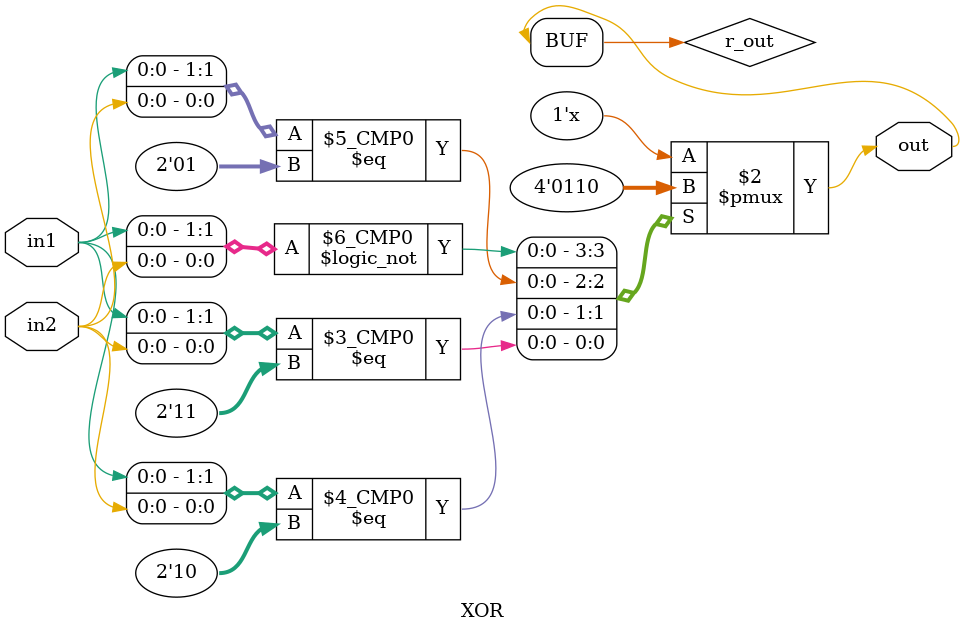
<source format=v>
module XOR(output out, input in1, in2);
  reg r_out;
  assign out = r_out;
  always@(in1, in2)
    begin
      case({in1,in2})
        2'b00: out = 1'b0;
        2'b01: out = 1'b1;
        2'b10: out = 1'b1;
        2'b11: out = 1'b0;
        default: out = 1'b0;
      endcase
    end
endmodule

</source>
